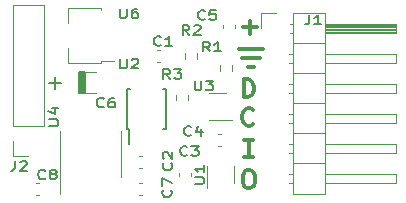
<source format=gbr>
%TF.GenerationSoftware,KiCad,Pcbnew,(7.0.0)*%
%TF.CreationDate,2023-08-01T12:49:58+01:00*%
%TF.ProjectId,TAStable,54415374-6162-46c6-952e-6b696361645f,rev?*%
%TF.SameCoordinates,Original*%
%TF.FileFunction,Legend,Top*%
%TF.FilePolarity,Positive*%
%FSLAX46Y46*%
G04 Gerber Fmt 4.6, Leading zero omitted, Abs format (unit mm)*
G04 Created by KiCad (PCBNEW (7.0.0)) date 2023-08-01 12:49:58*
%MOMM*%
%LPD*%
G01*
G04 APERTURE LIST*
%ADD10C,0.300000*%
%ADD11C,0.150000*%
%ADD12C,0.120000*%
G04 APERTURE END LIST*
D10*
X138862816Y-96931345D02*
X139362816Y-96931345D01*
D11*
X122000000Y-98250000D02*
X123000000Y-98250000D01*
D10*
X138362816Y-96181345D02*
X139862816Y-96181345D01*
X138517047Y-103073096D02*
X139267047Y-103073096D01*
D11*
X122500000Y-97750000D02*
X122500000Y-98750000D01*
D10*
X138517047Y-104573096D02*
X139267047Y-104573096D01*
X138112816Y-95431345D02*
X140112816Y-95431345D01*
D11*
X124538748Y-97340000D02*
X125000000Y-97340000D01*
X125000000Y-97340000D02*
X125000000Y-99160000D01*
X125000000Y-99160000D02*
X124538748Y-99160000D01*
X124538748Y-99160000D02*
X124538748Y-97340000D01*
G36*
X124538748Y-97340000D02*
G01*
X125000000Y-97340000D01*
X125000000Y-99160000D01*
X124538748Y-99160000D01*
X124538748Y-97340000D01*
G37*
D10*
X138892047Y-103073096D02*
X138892047Y-104573096D01*
X138437090Y-93575073D02*
X139579948Y-93575073D01*
X139008519Y-94146502D02*
X139008519Y-93003645D01*
X138767024Y-105681922D02*
X139052738Y-105681922D01*
X139052738Y-105681922D02*
X139195595Y-105753351D01*
X139195595Y-105753351D02*
X139338452Y-105896208D01*
X139338452Y-105896208D02*
X139409881Y-106181922D01*
X139409881Y-106181922D02*
X139409881Y-106681922D01*
X139409881Y-106681922D02*
X139338452Y-106967636D01*
X139338452Y-106967636D02*
X139195595Y-107110493D01*
X139195595Y-107110493D02*
X139052738Y-107181922D01*
X139052738Y-107181922D02*
X138767024Y-107181922D01*
X138767024Y-107181922D02*
X138624167Y-107110493D01*
X138624167Y-107110493D02*
X138481309Y-106967636D01*
X138481309Y-106967636D02*
X138409881Y-106681922D01*
X138409881Y-106681922D02*
X138409881Y-106181922D01*
X138409881Y-106181922D02*
X138481309Y-105896208D01*
X138481309Y-105896208D02*
X138624167Y-105753351D01*
X138624167Y-105753351D02*
X138767024Y-105681922D01*
X138475670Y-99470614D02*
X138475670Y-97970614D01*
X138475670Y-97970614D02*
X138832813Y-97970614D01*
X138832813Y-97970614D02*
X139047099Y-98042043D01*
X139047099Y-98042043D02*
X139189956Y-98184900D01*
X139189956Y-98184900D02*
X139261385Y-98327757D01*
X139261385Y-98327757D02*
X139332813Y-98613471D01*
X139332813Y-98613471D02*
X139332813Y-98827757D01*
X139332813Y-98827757D02*
X139261385Y-99113471D01*
X139261385Y-99113471D02*
X139189956Y-99256328D01*
X139189956Y-99256328D02*
X139047099Y-99399185D01*
X139047099Y-99399185D02*
X138832813Y-99470614D01*
X138832813Y-99470614D02*
X138475670Y-99470614D01*
X139273929Y-101756692D02*
X139202501Y-101828120D01*
X139202501Y-101828120D02*
X138988215Y-101899549D01*
X138988215Y-101899549D02*
X138845358Y-101899549D01*
X138845358Y-101899549D02*
X138631072Y-101828120D01*
X138631072Y-101828120D02*
X138488215Y-101685263D01*
X138488215Y-101685263D02*
X138416786Y-101542406D01*
X138416786Y-101542406D02*
X138345358Y-101256692D01*
X138345358Y-101256692D02*
X138345358Y-101042406D01*
X138345358Y-101042406D02*
X138416786Y-100756692D01*
X138416786Y-100756692D02*
X138488215Y-100613835D01*
X138488215Y-100613835D02*
X138631072Y-100470978D01*
X138631072Y-100470978D02*
X138845358Y-100399549D01*
X138845358Y-100399549D02*
X138988215Y-100399549D01*
X138988215Y-100399549D02*
X139202501Y-100470978D01*
X139202501Y-100470978D02*
X139273929Y-100542406D01*
D11*
%TO.C,U2*%
X127988095Y-96243904D02*
X127988095Y-96891523D01*
X127988095Y-96891523D02*
X128035714Y-96967714D01*
X128035714Y-96967714D02*
X128083333Y-97005809D01*
X128083333Y-97005809D02*
X128178571Y-97043904D01*
X128178571Y-97043904D02*
X128369047Y-97043904D01*
X128369047Y-97043904D02*
X128464285Y-97005809D01*
X128464285Y-97005809D02*
X128511904Y-96967714D01*
X128511904Y-96967714D02*
X128559523Y-96891523D01*
X128559523Y-96891523D02*
X128559523Y-96243904D01*
X128988095Y-96320095D02*
X129035714Y-96282000D01*
X129035714Y-96282000D02*
X129130952Y-96243904D01*
X129130952Y-96243904D02*
X129369047Y-96243904D01*
X129369047Y-96243904D02*
X129464285Y-96282000D01*
X129464285Y-96282000D02*
X129511904Y-96320095D01*
X129511904Y-96320095D02*
X129559523Y-96396285D01*
X129559523Y-96396285D02*
X129559523Y-96472476D01*
X129559523Y-96472476D02*
X129511904Y-96586761D01*
X129511904Y-96586761D02*
X128940476Y-97043904D01*
X128940476Y-97043904D02*
X129559523Y-97043904D01*
%TO.C,C4*%
X134022238Y-102652399D02*
X133974619Y-102690494D01*
X133974619Y-102690494D02*
X133831762Y-102728589D01*
X133831762Y-102728589D02*
X133736524Y-102728589D01*
X133736524Y-102728589D02*
X133593667Y-102690494D01*
X133593667Y-102690494D02*
X133498429Y-102614304D01*
X133498429Y-102614304D02*
X133450810Y-102538113D01*
X133450810Y-102538113D02*
X133403191Y-102385732D01*
X133403191Y-102385732D02*
X133403191Y-102271446D01*
X133403191Y-102271446D02*
X133450810Y-102119065D01*
X133450810Y-102119065D02*
X133498429Y-102042875D01*
X133498429Y-102042875D02*
X133593667Y-101966685D01*
X133593667Y-101966685D02*
X133736524Y-101928589D01*
X133736524Y-101928589D02*
X133831762Y-101928589D01*
X133831762Y-101928589D02*
X133974619Y-101966685D01*
X133974619Y-101966685D02*
X134022238Y-102004780D01*
X134879381Y-102195256D02*
X134879381Y-102728589D01*
X134641286Y-101890494D02*
X134403191Y-102461923D01*
X134403191Y-102461923D02*
X135022238Y-102461923D01*
%TO.C,J1*%
X144041666Y-92503904D02*
X144041666Y-93075333D01*
X144041666Y-93075333D02*
X143994047Y-93189619D01*
X143994047Y-93189619D02*
X143898809Y-93265809D01*
X143898809Y-93265809D02*
X143755952Y-93303904D01*
X143755952Y-93303904D02*
X143660714Y-93303904D01*
X145041666Y-93303904D02*
X144470238Y-93303904D01*
X144755952Y-93303904D02*
X144755952Y-92503904D01*
X144755952Y-92503904D02*
X144660714Y-92618190D01*
X144660714Y-92618190D02*
X144565476Y-92694380D01*
X144565476Y-92694380D02*
X144470238Y-92732476D01*
%TO.C,R3*%
X132253747Y-97920505D02*
X131920414Y-97539553D01*
X131682319Y-97920505D02*
X131682319Y-97120505D01*
X131682319Y-97120505D02*
X132063271Y-97120505D01*
X132063271Y-97120505D02*
X132158509Y-97158601D01*
X132158509Y-97158601D02*
X132206128Y-97196696D01*
X132206128Y-97196696D02*
X132253747Y-97272886D01*
X132253747Y-97272886D02*
X132253747Y-97387172D01*
X132253747Y-97387172D02*
X132206128Y-97463362D01*
X132206128Y-97463362D02*
X132158509Y-97501458D01*
X132158509Y-97501458D02*
X132063271Y-97539553D01*
X132063271Y-97539553D02*
X131682319Y-97539553D01*
X132587081Y-97120505D02*
X133206128Y-97120505D01*
X133206128Y-97120505D02*
X132872795Y-97425267D01*
X132872795Y-97425267D02*
X133015652Y-97425267D01*
X133015652Y-97425267D02*
X133110890Y-97463362D01*
X133110890Y-97463362D02*
X133158509Y-97501458D01*
X133158509Y-97501458D02*
X133206128Y-97577648D01*
X133206128Y-97577648D02*
X133206128Y-97768124D01*
X133206128Y-97768124D02*
X133158509Y-97844315D01*
X133158509Y-97844315D02*
X133110890Y-97882410D01*
X133110890Y-97882410D02*
X133015652Y-97920505D01*
X133015652Y-97920505D02*
X132729938Y-97920505D01*
X132729938Y-97920505D02*
X132634700Y-97882410D01*
X132634700Y-97882410D02*
X132587081Y-97844315D01*
%TO.C,U3*%
X134318381Y-98075894D02*
X134318381Y-98723513D01*
X134318381Y-98723513D02*
X134366000Y-98799704D01*
X134366000Y-98799704D02*
X134413619Y-98837799D01*
X134413619Y-98837799D02*
X134508857Y-98875894D01*
X134508857Y-98875894D02*
X134699333Y-98875894D01*
X134699333Y-98875894D02*
X134794571Y-98837799D01*
X134794571Y-98837799D02*
X134842190Y-98799704D01*
X134842190Y-98799704D02*
X134889809Y-98723513D01*
X134889809Y-98723513D02*
X134889809Y-98075894D01*
X135270762Y-98075894D02*
X135889809Y-98075894D01*
X135889809Y-98075894D02*
X135556476Y-98380656D01*
X135556476Y-98380656D02*
X135699333Y-98380656D01*
X135699333Y-98380656D02*
X135794571Y-98418751D01*
X135794571Y-98418751D02*
X135842190Y-98456847D01*
X135842190Y-98456847D02*
X135889809Y-98533037D01*
X135889809Y-98533037D02*
X135889809Y-98723513D01*
X135889809Y-98723513D02*
X135842190Y-98799704D01*
X135842190Y-98799704D02*
X135794571Y-98837799D01*
X135794571Y-98837799D02*
X135699333Y-98875894D01*
X135699333Y-98875894D02*
X135413619Y-98875894D01*
X135413619Y-98875894D02*
X135318381Y-98837799D01*
X135318381Y-98837799D02*
X135270762Y-98799704D01*
%TO.C,U4*%
X121986723Y-101892888D02*
X122634342Y-101892888D01*
X122634342Y-101892888D02*
X122710533Y-101845269D01*
X122710533Y-101845269D02*
X122748628Y-101797650D01*
X122748628Y-101797650D02*
X122786723Y-101702412D01*
X122786723Y-101702412D02*
X122786723Y-101511936D01*
X122786723Y-101511936D02*
X122748628Y-101416698D01*
X122748628Y-101416698D02*
X122710533Y-101369079D01*
X122710533Y-101369079D02*
X122634342Y-101321460D01*
X122634342Y-101321460D02*
X121986723Y-101321460D01*
X122253390Y-100416698D02*
X122786723Y-100416698D01*
X121948628Y-100654793D02*
X122520057Y-100892888D01*
X122520057Y-100892888D02*
X122520057Y-100273841D01*
%TO.C,C8*%
X121675978Y-106349745D02*
X121628359Y-106387840D01*
X121628359Y-106387840D02*
X121485502Y-106425935D01*
X121485502Y-106425935D02*
X121390264Y-106425935D01*
X121390264Y-106425935D02*
X121247407Y-106387840D01*
X121247407Y-106387840D02*
X121152169Y-106311650D01*
X121152169Y-106311650D02*
X121104550Y-106235459D01*
X121104550Y-106235459D02*
X121056931Y-106083078D01*
X121056931Y-106083078D02*
X121056931Y-105968792D01*
X121056931Y-105968792D02*
X121104550Y-105816411D01*
X121104550Y-105816411D02*
X121152169Y-105740221D01*
X121152169Y-105740221D02*
X121247407Y-105664031D01*
X121247407Y-105664031D02*
X121390264Y-105625935D01*
X121390264Y-105625935D02*
X121485502Y-105625935D01*
X121485502Y-105625935D02*
X121628359Y-105664031D01*
X121628359Y-105664031D02*
X121675978Y-105702126D01*
X122247407Y-105968792D02*
X122152169Y-105930697D01*
X122152169Y-105930697D02*
X122104550Y-105892602D01*
X122104550Y-105892602D02*
X122056931Y-105816411D01*
X122056931Y-105816411D02*
X122056931Y-105778316D01*
X122056931Y-105778316D02*
X122104550Y-105702126D01*
X122104550Y-105702126D02*
X122152169Y-105664031D01*
X122152169Y-105664031D02*
X122247407Y-105625935D01*
X122247407Y-105625935D02*
X122437883Y-105625935D01*
X122437883Y-105625935D02*
X122533121Y-105664031D01*
X122533121Y-105664031D02*
X122580740Y-105702126D01*
X122580740Y-105702126D02*
X122628359Y-105778316D01*
X122628359Y-105778316D02*
X122628359Y-105816411D01*
X122628359Y-105816411D02*
X122580740Y-105892602D01*
X122580740Y-105892602D02*
X122533121Y-105930697D01*
X122533121Y-105930697D02*
X122437883Y-105968792D01*
X122437883Y-105968792D02*
X122247407Y-105968792D01*
X122247407Y-105968792D02*
X122152169Y-106006888D01*
X122152169Y-106006888D02*
X122104550Y-106044983D01*
X122104550Y-106044983D02*
X122056931Y-106121173D01*
X122056931Y-106121173D02*
X122056931Y-106273554D01*
X122056931Y-106273554D02*
X122104550Y-106349745D01*
X122104550Y-106349745D02*
X122152169Y-106387840D01*
X122152169Y-106387840D02*
X122247407Y-106425935D01*
X122247407Y-106425935D02*
X122437883Y-106425935D01*
X122437883Y-106425935D02*
X122533121Y-106387840D01*
X122533121Y-106387840D02*
X122580740Y-106349745D01*
X122580740Y-106349745D02*
X122628359Y-106273554D01*
X122628359Y-106273554D02*
X122628359Y-106121173D01*
X122628359Y-106121173D02*
X122580740Y-106044983D01*
X122580740Y-106044983D02*
X122533121Y-106006888D01*
X122533121Y-106006888D02*
X122437883Y-105968792D01*
%TO.C,R2*%
X133881821Y-94180004D02*
X133548488Y-93799052D01*
X133310393Y-94180004D02*
X133310393Y-93380004D01*
X133310393Y-93380004D02*
X133691345Y-93380004D01*
X133691345Y-93380004D02*
X133786583Y-93418100D01*
X133786583Y-93418100D02*
X133834202Y-93456195D01*
X133834202Y-93456195D02*
X133881821Y-93532385D01*
X133881821Y-93532385D02*
X133881821Y-93646671D01*
X133881821Y-93646671D02*
X133834202Y-93722861D01*
X133834202Y-93722861D02*
X133786583Y-93760957D01*
X133786583Y-93760957D02*
X133691345Y-93799052D01*
X133691345Y-93799052D02*
X133310393Y-93799052D01*
X134262774Y-93456195D02*
X134310393Y-93418100D01*
X134310393Y-93418100D02*
X134405631Y-93380004D01*
X134405631Y-93380004D02*
X134643726Y-93380004D01*
X134643726Y-93380004D02*
X134738964Y-93418100D01*
X134738964Y-93418100D02*
X134786583Y-93456195D01*
X134786583Y-93456195D02*
X134834202Y-93532385D01*
X134834202Y-93532385D02*
X134834202Y-93608576D01*
X134834202Y-93608576D02*
X134786583Y-93722861D01*
X134786583Y-93722861D02*
X134215155Y-94180004D01*
X134215155Y-94180004D02*
X134834202Y-94180004D01*
%TO.C,R1*%
X135596769Y-95604630D02*
X135263436Y-95223678D01*
X135025341Y-95604630D02*
X135025341Y-94804630D01*
X135025341Y-94804630D02*
X135406293Y-94804630D01*
X135406293Y-94804630D02*
X135501531Y-94842726D01*
X135501531Y-94842726D02*
X135549150Y-94880821D01*
X135549150Y-94880821D02*
X135596769Y-94957011D01*
X135596769Y-94957011D02*
X135596769Y-95071297D01*
X135596769Y-95071297D02*
X135549150Y-95147487D01*
X135549150Y-95147487D02*
X135501531Y-95185583D01*
X135501531Y-95185583D02*
X135406293Y-95223678D01*
X135406293Y-95223678D02*
X135025341Y-95223678D01*
X136549150Y-95604630D02*
X135977722Y-95604630D01*
X136263436Y-95604630D02*
X136263436Y-94804630D01*
X136263436Y-94804630D02*
X136168198Y-94918916D01*
X136168198Y-94918916D02*
X136072960Y-94995106D01*
X136072960Y-94995106D02*
X135977722Y-95033202D01*
%TO.C,C2*%
X132341909Y-105063971D02*
X132380004Y-105111590D01*
X132380004Y-105111590D02*
X132418099Y-105254447D01*
X132418099Y-105254447D02*
X132418099Y-105349685D01*
X132418099Y-105349685D02*
X132380004Y-105492542D01*
X132380004Y-105492542D02*
X132303814Y-105587780D01*
X132303814Y-105587780D02*
X132227623Y-105635399D01*
X132227623Y-105635399D02*
X132075242Y-105683018D01*
X132075242Y-105683018D02*
X131960956Y-105683018D01*
X131960956Y-105683018D02*
X131808575Y-105635399D01*
X131808575Y-105635399D02*
X131732385Y-105587780D01*
X131732385Y-105587780D02*
X131656195Y-105492542D01*
X131656195Y-105492542D02*
X131618099Y-105349685D01*
X131618099Y-105349685D02*
X131618099Y-105254447D01*
X131618099Y-105254447D02*
X131656195Y-105111590D01*
X131656195Y-105111590D02*
X131694290Y-105063971D01*
X131694290Y-104683018D02*
X131656195Y-104635399D01*
X131656195Y-104635399D02*
X131618099Y-104540161D01*
X131618099Y-104540161D02*
X131618099Y-104302066D01*
X131618099Y-104302066D02*
X131656195Y-104206828D01*
X131656195Y-104206828D02*
X131694290Y-104159209D01*
X131694290Y-104159209D02*
X131770480Y-104111590D01*
X131770480Y-104111590D02*
X131846671Y-104111590D01*
X131846671Y-104111590D02*
X131960956Y-104159209D01*
X131960956Y-104159209D02*
X132418099Y-104730637D01*
X132418099Y-104730637D02*
X132418099Y-104111590D01*
%TO.C,C6*%
X126640907Y-100270574D02*
X126593288Y-100308669D01*
X126593288Y-100308669D02*
X126450431Y-100346764D01*
X126450431Y-100346764D02*
X126355193Y-100346764D01*
X126355193Y-100346764D02*
X126212336Y-100308669D01*
X126212336Y-100308669D02*
X126117098Y-100232479D01*
X126117098Y-100232479D02*
X126069479Y-100156288D01*
X126069479Y-100156288D02*
X126021860Y-100003907D01*
X126021860Y-100003907D02*
X126021860Y-99889621D01*
X126021860Y-99889621D02*
X126069479Y-99737240D01*
X126069479Y-99737240D02*
X126117098Y-99661050D01*
X126117098Y-99661050D02*
X126212336Y-99584860D01*
X126212336Y-99584860D02*
X126355193Y-99546764D01*
X126355193Y-99546764D02*
X126450431Y-99546764D01*
X126450431Y-99546764D02*
X126593288Y-99584860D01*
X126593288Y-99584860D02*
X126640907Y-99622955D01*
X127498050Y-99546764D02*
X127307574Y-99546764D01*
X127307574Y-99546764D02*
X127212336Y-99584860D01*
X127212336Y-99584860D02*
X127164717Y-99622955D01*
X127164717Y-99622955D02*
X127069479Y-99737240D01*
X127069479Y-99737240D02*
X127021860Y-99889621D01*
X127021860Y-99889621D02*
X127021860Y-100194383D01*
X127021860Y-100194383D02*
X127069479Y-100270574D01*
X127069479Y-100270574D02*
X127117098Y-100308669D01*
X127117098Y-100308669D02*
X127212336Y-100346764D01*
X127212336Y-100346764D02*
X127402812Y-100346764D01*
X127402812Y-100346764D02*
X127498050Y-100308669D01*
X127498050Y-100308669D02*
X127545669Y-100270574D01*
X127545669Y-100270574D02*
X127593288Y-100194383D01*
X127593288Y-100194383D02*
X127593288Y-100003907D01*
X127593288Y-100003907D02*
X127545669Y-99927717D01*
X127545669Y-99927717D02*
X127498050Y-99889621D01*
X127498050Y-99889621D02*
X127402812Y-99851526D01*
X127402812Y-99851526D02*
X127212336Y-99851526D01*
X127212336Y-99851526D02*
X127117098Y-99889621D01*
X127117098Y-99889621D02*
X127069479Y-99927717D01*
X127069479Y-99927717D02*
X127021860Y-100003907D01*
%TO.C,C1*%
X131469489Y-95048852D02*
X131421870Y-95086947D01*
X131421870Y-95086947D02*
X131279013Y-95125042D01*
X131279013Y-95125042D02*
X131183775Y-95125042D01*
X131183775Y-95125042D02*
X131040918Y-95086947D01*
X131040918Y-95086947D02*
X130945680Y-95010757D01*
X130945680Y-95010757D02*
X130898061Y-94934566D01*
X130898061Y-94934566D02*
X130850442Y-94782185D01*
X130850442Y-94782185D02*
X130850442Y-94667899D01*
X130850442Y-94667899D02*
X130898061Y-94515518D01*
X130898061Y-94515518D02*
X130945680Y-94439328D01*
X130945680Y-94439328D02*
X131040918Y-94363138D01*
X131040918Y-94363138D02*
X131183775Y-94325042D01*
X131183775Y-94325042D02*
X131279013Y-94325042D01*
X131279013Y-94325042D02*
X131421870Y-94363138D01*
X131421870Y-94363138D02*
X131469489Y-94401233D01*
X132421870Y-95125042D02*
X131850442Y-95125042D01*
X132136156Y-95125042D02*
X132136156Y-94325042D01*
X132136156Y-94325042D02*
X132040918Y-94439328D01*
X132040918Y-94439328D02*
X131945680Y-94515518D01*
X131945680Y-94515518D02*
X131850442Y-94553614D01*
%TO.C,U1*%
X134340769Y-106828222D02*
X134988388Y-106828222D01*
X134988388Y-106828222D02*
X135064579Y-106780603D01*
X135064579Y-106780603D02*
X135102674Y-106732984D01*
X135102674Y-106732984D02*
X135140769Y-106637746D01*
X135140769Y-106637746D02*
X135140769Y-106447270D01*
X135140769Y-106447270D02*
X135102674Y-106352032D01*
X135102674Y-106352032D02*
X135064579Y-106304413D01*
X135064579Y-106304413D02*
X134988388Y-106256794D01*
X134988388Y-106256794D02*
X134340769Y-106256794D01*
X135140769Y-105256794D02*
X135140769Y-105828222D01*
X135140769Y-105542508D02*
X134340769Y-105542508D01*
X134340769Y-105542508D02*
X134455055Y-105637746D01*
X134455055Y-105637746D02*
X134531245Y-105732984D01*
X134531245Y-105732984D02*
X134569341Y-105828222D01*
%TO.C,U6*%
X127988095Y-91993904D02*
X127988095Y-92641523D01*
X127988095Y-92641523D02*
X128035714Y-92717714D01*
X128035714Y-92717714D02*
X128083333Y-92755809D01*
X128083333Y-92755809D02*
X128178571Y-92793904D01*
X128178571Y-92793904D02*
X128369047Y-92793904D01*
X128369047Y-92793904D02*
X128464285Y-92755809D01*
X128464285Y-92755809D02*
X128511904Y-92717714D01*
X128511904Y-92717714D02*
X128559523Y-92641523D01*
X128559523Y-92641523D02*
X128559523Y-91993904D01*
X129464285Y-91993904D02*
X129273809Y-91993904D01*
X129273809Y-91993904D02*
X129178571Y-92032000D01*
X129178571Y-92032000D02*
X129130952Y-92070095D01*
X129130952Y-92070095D02*
X129035714Y-92184380D01*
X129035714Y-92184380D02*
X128988095Y-92336761D01*
X128988095Y-92336761D02*
X128988095Y-92641523D01*
X128988095Y-92641523D02*
X129035714Y-92717714D01*
X129035714Y-92717714D02*
X129083333Y-92755809D01*
X129083333Y-92755809D02*
X129178571Y-92793904D01*
X129178571Y-92793904D02*
X129369047Y-92793904D01*
X129369047Y-92793904D02*
X129464285Y-92755809D01*
X129464285Y-92755809D02*
X129511904Y-92717714D01*
X129511904Y-92717714D02*
X129559523Y-92641523D01*
X129559523Y-92641523D02*
X129559523Y-92451047D01*
X129559523Y-92451047D02*
X129511904Y-92374857D01*
X129511904Y-92374857D02*
X129464285Y-92336761D01*
X129464285Y-92336761D02*
X129369047Y-92298666D01*
X129369047Y-92298666D02*
X129178571Y-92298666D01*
X129178571Y-92298666D02*
X129083333Y-92336761D01*
X129083333Y-92336761D02*
X129035714Y-92374857D01*
X129035714Y-92374857D02*
X128988095Y-92451047D01*
%TO.C,C5*%
X135199899Y-92835475D02*
X135152280Y-92873570D01*
X135152280Y-92873570D02*
X135009423Y-92911665D01*
X135009423Y-92911665D02*
X134914185Y-92911665D01*
X134914185Y-92911665D02*
X134771328Y-92873570D01*
X134771328Y-92873570D02*
X134676090Y-92797380D01*
X134676090Y-92797380D02*
X134628471Y-92721189D01*
X134628471Y-92721189D02*
X134580852Y-92568808D01*
X134580852Y-92568808D02*
X134580852Y-92454522D01*
X134580852Y-92454522D02*
X134628471Y-92302141D01*
X134628471Y-92302141D02*
X134676090Y-92225951D01*
X134676090Y-92225951D02*
X134771328Y-92149761D01*
X134771328Y-92149761D02*
X134914185Y-92111665D01*
X134914185Y-92111665D02*
X135009423Y-92111665D01*
X135009423Y-92111665D02*
X135152280Y-92149761D01*
X135152280Y-92149761D02*
X135199899Y-92187856D01*
X136104661Y-92111665D02*
X135628471Y-92111665D01*
X135628471Y-92111665D02*
X135580852Y-92492618D01*
X135580852Y-92492618D02*
X135628471Y-92454522D01*
X135628471Y-92454522D02*
X135723709Y-92416427D01*
X135723709Y-92416427D02*
X135961804Y-92416427D01*
X135961804Y-92416427D02*
X136057042Y-92454522D01*
X136057042Y-92454522D02*
X136104661Y-92492618D01*
X136104661Y-92492618D02*
X136152280Y-92568808D01*
X136152280Y-92568808D02*
X136152280Y-92759284D01*
X136152280Y-92759284D02*
X136104661Y-92835475D01*
X136104661Y-92835475D02*
X136057042Y-92873570D01*
X136057042Y-92873570D02*
X135961804Y-92911665D01*
X135961804Y-92911665D02*
X135723709Y-92911665D01*
X135723709Y-92911665D02*
X135628471Y-92873570D01*
X135628471Y-92873570D02*
X135580852Y-92835475D01*
%TO.C,J2*%
X119119236Y-104896433D02*
X119119236Y-105467862D01*
X119119236Y-105467862D02*
X119071617Y-105582148D01*
X119071617Y-105582148D02*
X118976379Y-105658338D01*
X118976379Y-105658338D02*
X118833522Y-105696433D01*
X118833522Y-105696433D02*
X118738284Y-105696433D01*
X119547808Y-104972624D02*
X119595427Y-104934529D01*
X119595427Y-104934529D02*
X119690665Y-104896433D01*
X119690665Y-104896433D02*
X119928760Y-104896433D01*
X119928760Y-104896433D02*
X120023998Y-104934529D01*
X120023998Y-104934529D02*
X120071617Y-104972624D01*
X120071617Y-104972624D02*
X120119236Y-105048814D01*
X120119236Y-105048814D02*
X120119236Y-105125005D01*
X120119236Y-105125005D02*
X120071617Y-105239290D01*
X120071617Y-105239290D02*
X119500189Y-105696433D01*
X119500189Y-105696433D02*
X120119236Y-105696433D01*
%TO.C,C7*%
X132297697Y-107329850D02*
X132335792Y-107377469D01*
X132335792Y-107377469D02*
X132373887Y-107520326D01*
X132373887Y-107520326D02*
X132373887Y-107615564D01*
X132373887Y-107615564D02*
X132335792Y-107758421D01*
X132335792Y-107758421D02*
X132259602Y-107853659D01*
X132259602Y-107853659D02*
X132183411Y-107901278D01*
X132183411Y-107901278D02*
X132031030Y-107948897D01*
X132031030Y-107948897D02*
X131916744Y-107948897D01*
X131916744Y-107948897D02*
X131764363Y-107901278D01*
X131764363Y-107901278D02*
X131688173Y-107853659D01*
X131688173Y-107853659D02*
X131611983Y-107758421D01*
X131611983Y-107758421D02*
X131573887Y-107615564D01*
X131573887Y-107615564D02*
X131573887Y-107520326D01*
X131573887Y-107520326D02*
X131611983Y-107377469D01*
X131611983Y-107377469D02*
X131650078Y-107329850D01*
X131573887Y-106996516D02*
X131573887Y-106329850D01*
X131573887Y-106329850D02*
X132373887Y-106758421D01*
%TO.C,C3*%
X133699623Y-104349814D02*
X133652004Y-104387909D01*
X133652004Y-104387909D02*
X133509147Y-104426004D01*
X133509147Y-104426004D02*
X133413909Y-104426004D01*
X133413909Y-104426004D02*
X133271052Y-104387909D01*
X133271052Y-104387909D02*
X133175814Y-104311719D01*
X133175814Y-104311719D02*
X133128195Y-104235528D01*
X133128195Y-104235528D02*
X133080576Y-104083147D01*
X133080576Y-104083147D02*
X133080576Y-103968861D01*
X133080576Y-103968861D02*
X133128195Y-103816480D01*
X133128195Y-103816480D02*
X133175814Y-103740290D01*
X133175814Y-103740290D02*
X133271052Y-103664100D01*
X133271052Y-103664100D02*
X133413909Y-103626004D01*
X133413909Y-103626004D02*
X133509147Y-103626004D01*
X133509147Y-103626004D02*
X133652004Y-103664100D01*
X133652004Y-103664100D02*
X133699623Y-103702195D01*
X134032957Y-103626004D02*
X134652004Y-103626004D01*
X134652004Y-103626004D02*
X134318671Y-103930766D01*
X134318671Y-103930766D02*
X134461528Y-103930766D01*
X134461528Y-103930766D02*
X134556766Y-103968861D01*
X134556766Y-103968861D02*
X134604385Y-104006957D01*
X134604385Y-104006957D02*
X134652004Y-104083147D01*
X134652004Y-104083147D02*
X134652004Y-104273623D01*
X134652004Y-104273623D02*
X134604385Y-104349814D01*
X134604385Y-104349814D02*
X134556766Y-104387909D01*
X134556766Y-104387909D02*
X134461528Y-104426004D01*
X134461528Y-104426004D02*
X134175814Y-104426004D01*
X134175814Y-104426004D02*
X134080576Y-104387909D01*
X134080576Y-104387909D02*
X134032957Y-104349814D01*
%TO.C,U2*%
X128575000Y-102175000D02*
X128800000Y-102175000D01*
X128575000Y-102175000D02*
X128575000Y-98825000D01*
X128800000Y-102175000D02*
X128800000Y-103400000D01*
X131925000Y-102175000D02*
X131625000Y-102175000D01*
X131925000Y-102175000D02*
X131925000Y-98825000D01*
X128575000Y-98825000D02*
X128875000Y-98825000D01*
X131925000Y-98825000D02*
X131625000Y-98825000D01*
D12*
%TO.C,C4*%
X136309420Y-102590000D02*
X136590580Y-102590000D01*
X136309420Y-103610000D02*
X136590580Y-103610000D01*
%TO.C,J1*%
X139980000Y-92380000D02*
X141250000Y-92380000D01*
X139980000Y-93650000D02*
X139980000Y-92380000D01*
X142292929Y-95810000D02*
X142690000Y-95810000D01*
X142292929Y-96570000D02*
X142690000Y-96570000D01*
X142292929Y-98350000D02*
X142690000Y-98350000D01*
X142292929Y-99110000D02*
X142690000Y-99110000D01*
X142292929Y-100890000D02*
X142690000Y-100890000D01*
X142292929Y-101650000D02*
X142690000Y-101650000D01*
X142292929Y-103430000D02*
X142690000Y-103430000D01*
X142292929Y-104190000D02*
X142690000Y-104190000D01*
X142292929Y-105970000D02*
X142690000Y-105970000D01*
X142292929Y-106730000D02*
X142690000Y-106730000D01*
X142360000Y-93270000D02*
X142690000Y-93270000D01*
X142360000Y-94030000D02*
X142690000Y-94030000D01*
X142690000Y-92320000D02*
X142690000Y-107680000D01*
X142690000Y-94920000D02*
X145350000Y-94920000D01*
X142690000Y-97460000D02*
X145350000Y-97460000D01*
X142690000Y-100000000D02*
X145350000Y-100000000D01*
X142690000Y-102540000D02*
X145350000Y-102540000D01*
X142690000Y-105080000D02*
X145350000Y-105080000D01*
X142690000Y-107680000D02*
X145350000Y-107680000D01*
X145350000Y-92320000D02*
X142690000Y-92320000D01*
X145350000Y-93270000D02*
X151350000Y-93270000D01*
X145350000Y-93330000D02*
X151350000Y-93330000D01*
X145350000Y-93450000D02*
X151350000Y-93450000D01*
X145350000Y-93570000D02*
X151350000Y-93570000D01*
X145350000Y-93690000D02*
X151350000Y-93690000D01*
X145350000Y-93810000D02*
X151350000Y-93810000D01*
X145350000Y-93930000D02*
X151350000Y-93930000D01*
X145350000Y-95810000D02*
X151350000Y-95810000D01*
X145350000Y-98350000D02*
X151350000Y-98350000D01*
X145350000Y-100890000D02*
X151350000Y-100890000D01*
X145350000Y-103430000D02*
X151350000Y-103430000D01*
X145350000Y-105970000D02*
X151350000Y-105970000D01*
X145350000Y-107680000D02*
X145350000Y-92320000D01*
X151350000Y-93270000D02*
X151350000Y-94030000D01*
X151350000Y-94030000D02*
X145350000Y-94030000D01*
X151350000Y-95810000D02*
X151350000Y-96570000D01*
X151350000Y-96570000D02*
X145350000Y-96570000D01*
X151350000Y-98350000D02*
X151350000Y-99110000D01*
X151350000Y-99110000D02*
X145350000Y-99110000D01*
X151350000Y-100890000D02*
X151350000Y-101650000D01*
X151350000Y-101650000D02*
X145350000Y-101650000D01*
X151350000Y-103430000D02*
X151350000Y-104190000D01*
X151350000Y-104190000D02*
X145350000Y-104190000D01*
X151350000Y-105970000D02*
X151350000Y-106730000D01*
X151350000Y-106730000D02*
X145350000Y-106730000D01*
%TO.C,R3*%
X132727500Y-99737258D02*
X132727500Y-99262742D01*
X133772500Y-99737258D02*
X133772500Y-99262742D01*
%TO.C,U3*%
X136950000Y-99090000D02*
X135550000Y-99090000D01*
X135550000Y-101410000D02*
X137450000Y-101410000D01*
%TO.C,U4*%
X122940000Y-104250000D02*
X122940000Y-107700000D01*
X122940000Y-104250000D02*
X122940000Y-102300000D01*
X128060000Y-104250000D02*
X128060000Y-106200000D01*
X128060000Y-104250000D02*
X128060000Y-102300000D01*
%TO.C,C8*%
X121140580Y-107760000D02*
X120859420Y-107760000D01*
X121140580Y-106740000D02*
X120859420Y-106740000D01*
%TO.C,R2*%
X133477500Y-96237258D02*
X133477500Y-95762742D01*
X134522500Y-96237258D02*
X134522500Y-95762742D01*
%TO.C,R1*%
X136477500Y-97237258D02*
X136477500Y-96762742D01*
X137522500Y-97237258D02*
X137522500Y-96762742D01*
%TO.C,C2*%
X129609420Y-104490000D02*
X129890580Y-104490000D01*
X129609420Y-105510000D02*
X129890580Y-105510000D01*
%TO.C,C6*%
X124538748Y-97340000D02*
X125961252Y-97340000D01*
X124538748Y-99160000D02*
X125961252Y-99160000D01*
%TO.C,C1*%
X131109420Y-95490000D02*
X131390580Y-95490000D01*
X131109420Y-96510000D02*
X131390580Y-96510000D01*
%TO.C,U1*%
X137660000Y-106700000D02*
X137660000Y-105300000D01*
X135340000Y-105300000D02*
X135340000Y-107200000D01*
%TO.C,U6*%
X127500000Y-96380000D02*
X126360000Y-96380000D01*
X126360000Y-96610000D02*
X126360000Y-96380000D01*
X126360000Y-96610000D02*
X123640000Y-96610000D01*
X126360000Y-91890000D02*
X126360000Y-92120000D01*
X123640000Y-96610000D02*
X123640000Y-95300000D01*
X123640000Y-93200000D02*
X123640000Y-91890000D01*
X123640000Y-91890000D02*
X126360000Y-91890000D01*
%TO.C,C5*%
X137760000Y-93359420D02*
X137760000Y-93640580D01*
X136740000Y-93359420D02*
X136740000Y-93640580D01*
%TO.C,J2*%
X121580000Y-101890000D02*
X121580000Y-91670000D01*
X121580000Y-101890000D02*
X118920000Y-101890000D01*
X121580000Y-91670000D02*
X118920000Y-91670000D01*
X120250000Y-104490000D02*
X118920000Y-104490000D01*
X118920000Y-104490000D02*
X118920000Y-103160000D01*
X118920000Y-101890000D02*
X118920000Y-91670000D01*
%TO.C,C7*%
X129609420Y-106740000D02*
X129890580Y-106740000D01*
X129609420Y-107760000D02*
X129890580Y-107760000D01*
%TO.C,C3*%
X134010000Y-105859420D02*
X134010000Y-106140580D01*
X132990000Y-105859420D02*
X132990000Y-106140580D01*
%TD*%
M02*

</source>
